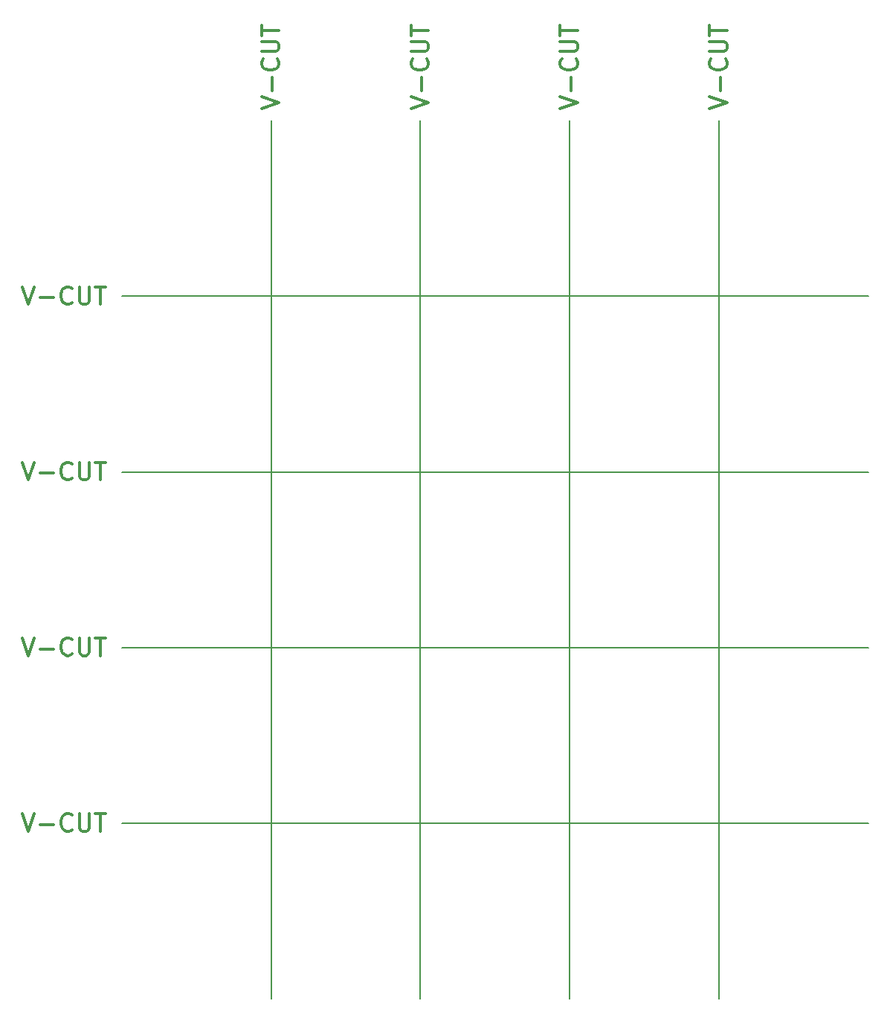
<source format=gbr>
%TF.GenerationSoftware,KiCad,Pcbnew,(6.0.5)*%
%TF.CreationDate,2022-07-01T01:15:04-04:00*%
%TF.ProjectId,Feeder-Panelized,46656564-6572-42d5-9061-6e656c697a65,rev?*%
%TF.SameCoordinates,Original*%
%TF.FileFunction,Other,ECO1*%
%FSLAX46Y46*%
G04 Gerber Fmt 4.6, Leading zero omitted, Abs format (unit mm)*
G04 Created by KiCad (PCBNEW (6.0.5)) date 2022-07-01 01:15:04*
%MOMM*%
%LPD*%
G01*
G04 APERTURE LIST*
%ADD10C,0.150000*%
%ADD11C,0.300000*%
G04 APERTURE END LIST*
D10*
X224500000Y-100000000D02*
X139500000Y-100000000D01*
X207500000Y-180000000D02*
X207500000Y-80000000D01*
X190500000Y-80000000D02*
X190500000Y-180000000D01*
X224500000Y-140000000D02*
X139500000Y-140000000D01*
X173500000Y-180000000D02*
X173500000Y-80000000D01*
X156500000Y-80000000D02*
X156500000Y-180000000D01*
X139500000Y-120000000D02*
X224500000Y-120000000D01*
X139500000Y-160000000D02*
X224500000Y-160000000D01*
D11*
X128185952Y-158904761D02*
X128852619Y-160904761D01*
X129519285Y-158904761D01*
X130185952Y-160142857D02*
X131709761Y-160142857D01*
X133805000Y-160714285D02*
X133709761Y-160809523D01*
X133424047Y-160904761D01*
X133233571Y-160904761D01*
X132947857Y-160809523D01*
X132757380Y-160619047D01*
X132662142Y-160428571D01*
X132566904Y-160047619D01*
X132566904Y-159761904D01*
X132662142Y-159380952D01*
X132757380Y-159190476D01*
X132947857Y-159000000D01*
X133233571Y-158904761D01*
X133424047Y-158904761D01*
X133709761Y-159000000D01*
X133805000Y-159095238D01*
X134662142Y-158904761D02*
X134662142Y-160523809D01*
X134757380Y-160714285D01*
X134852619Y-160809523D01*
X135043095Y-160904761D01*
X135424047Y-160904761D01*
X135614523Y-160809523D01*
X135709761Y-160714285D01*
X135805000Y-160523809D01*
X135805000Y-158904761D01*
X136471666Y-158904761D02*
X137614523Y-158904761D01*
X137043095Y-160904761D02*
X137043095Y-158904761D01*
X155404761Y-78614523D02*
X157404761Y-77947857D01*
X155404761Y-77281190D01*
X156642857Y-76614523D02*
X156642857Y-75090714D01*
X157214285Y-72995476D02*
X157309523Y-73090714D01*
X157404761Y-73376428D01*
X157404761Y-73566904D01*
X157309523Y-73852619D01*
X157119047Y-74043095D01*
X156928571Y-74138333D01*
X156547619Y-74233571D01*
X156261904Y-74233571D01*
X155880952Y-74138333D01*
X155690476Y-74043095D01*
X155500000Y-73852619D01*
X155404761Y-73566904D01*
X155404761Y-73376428D01*
X155500000Y-73090714D01*
X155595238Y-72995476D01*
X155404761Y-72138333D02*
X157023809Y-72138333D01*
X157214285Y-72043095D01*
X157309523Y-71947857D01*
X157404761Y-71757380D01*
X157404761Y-71376428D01*
X157309523Y-71185952D01*
X157214285Y-71090714D01*
X157023809Y-70995476D01*
X155404761Y-70995476D01*
X155404761Y-70328809D02*
X155404761Y-69185952D01*
X157404761Y-69757380D02*
X155404761Y-69757380D01*
X189404761Y-78614523D02*
X191404761Y-77947857D01*
X189404761Y-77281190D01*
X190642857Y-76614523D02*
X190642857Y-75090714D01*
X191214285Y-72995476D02*
X191309523Y-73090714D01*
X191404761Y-73376428D01*
X191404761Y-73566904D01*
X191309523Y-73852619D01*
X191119047Y-74043095D01*
X190928571Y-74138333D01*
X190547619Y-74233571D01*
X190261904Y-74233571D01*
X189880952Y-74138333D01*
X189690476Y-74043095D01*
X189500000Y-73852619D01*
X189404761Y-73566904D01*
X189404761Y-73376428D01*
X189500000Y-73090714D01*
X189595238Y-72995476D01*
X189404761Y-72138333D02*
X191023809Y-72138333D01*
X191214285Y-72043095D01*
X191309523Y-71947857D01*
X191404761Y-71757380D01*
X191404761Y-71376428D01*
X191309523Y-71185952D01*
X191214285Y-71090714D01*
X191023809Y-70995476D01*
X189404761Y-70995476D01*
X189404761Y-70328809D02*
X189404761Y-69185952D01*
X191404761Y-69757380D02*
X189404761Y-69757380D01*
X128185952Y-118904761D02*
X128852619Y-120904761D01*
X129519285Y-118904761D01*
X130185952Y-120142857D02*
X131709761Y-120142857D01*
X133805000Y-120714285D02*
X133709761Y-120809523D01*
X133424047Y-120904761D01*
X133233571Y-120904761D01*
X132947857Y-120809523D01*
X132757380Y-120619047D01*
X132662142Y-120428571D01*
X132566904Y-120047619D01*
X132566904Y-119761904D01*
X132662142Y-119380952D01*
X132757380Y-119190476D01*
X132947857Y-119000000D01*
X133233571Y-118904761D01*
X133424047Y-118904761D01*
X133709761Y-119000000D01*
X133805000Y-119095238D01*
X134662142Y-118904761D02*
X134662142Y-120523809D01*
X134757380Y-120714285D01*
X134852619Y-120809523D01*
X135043095Y-120904761D01*
X135424047Y-120904761D01*
X135614523Y-120809523D01*
X135709761Y-120714285D01*
X135805000Y-120523809D01*
X135805000Y-118904761D01*
X136471666Y-118904761D02*
X137614523Y-118904761D01*
X137043095Y-120904761D02*
X137043095Y-118904761D01*
X128185952Y-98904761D02*
X128852619Y-100904761D01*
X129519285Y-98904761D01*
X130185952Y-100142857D02*
X131709761Y-100142857D01*
X133805000Y-100714285D02*
X133709761Y-100809523D01*
X133424047Y-100904761D01*
X133233571Y-100904761D01*
X132947857Y-100809523D01*
X132757380Y-100619047D01*
X132662142Y-100428571D01*
X132566904Y-100047619D01*
X132566904Y-99761904D01*
X132662142Y-99380952D01*
X132757380Y-99190476D01*
X132947857Y-99000000D01*
X133233571Y-98904761D01*
X133424047Y-98904761D01*
X133709761Y-99000000D01*
X133805000Y-99095238D01*
X134662142Y-98904761D02*
X134662142Y-100523809D01*
X134757380Y-100714285D01*
X134852619Y-100809523D01*
X135043095Y-100904761D01*
X135424047Y-100904761D01*
X135614523Y-100809523D01*
X135709761Y-100714285D01*
X135805000Y-100523809D01*
X135805000Y-98904761D01*
X136471666Y-98904761D02*
X137614523Y-98904761D01*
X137043095Y-100904761D02*
X137043095Y-98904761D01*
X206404761Y-78614523D02*
X208404761Y-77947857D01*
X206404761Y-77281190D01*
X207642857Y-76614523D02*
X207642857Y-75090714D01*
X208214285Y-72995476D02*
X208309523Y-73090714D01*
X208404761Y-73376428D01*
X208404761Y-73566904D01*
X208309523Y-73852619D01*
X208119047Y-74043095D01*
X207928571Y-74138333D01*
X207547619Y-74233571D01*
X207261904Y-74233571D01*
X206880952Y-74138333D01*
X206690476Y-74043095D01*
X206500000Y-73852619D01*
X206404761Y-73566904D01*
X206404761Y-73376428D01*
X206500000Y-73090714D01*
X206595238Y-72995476D01*
X206404761Y-72138333D02*
X208023809Y-72138333D01*
X208214285Y-72043095D01*
X208309523Y-71947857D01*
X208404761Y-71757380D01*
X208404761Y-71376428D01*
X208309523Y-71185952D01*
X208214285Y-71090714D01*
X208023809Y-70995476D01*
X206404761Y-70995476D01*
X206404761Y-70328809D02*
X206404761Y-69185952D01*
X208404761Y-69757380D02*
X206404761Y-69757380D01*
X172404761Y-78614523D02*
X174404761Y-77947857D01*
X172404761Y-77281190D01*
X173642857Y-76614523D02*
X173642857Y-75090714D01*
X174214285Y-72995476D02*
X174309523Y-73090714D01*
X174404761Y-73376428D01*
X174404761Y-73566904D01*
X174309523Y-73852619D01*
X174119047Y-74043095D01*
X173928571Y-74138333D01*
X173547619Y-74233571D01*
X173261904Y-74233571D01*
X172880952Y-74138333D01*
X172690476Y-74043095D01*
X172500000Y-73852619D01*
X172404761Y-73566904D01*
X172404761Y-73376428D01*
X172500000Y-73090714D01*
X172595238Y-72995476D01*
X172404761Y-72138333D02*
X174023809Y-72138333D01*
X174214285Y-72043095D01*
X174309523Y-71947857D01*
X174404761Y-71757380D01*
X174404761Y-71376428D01*
X174309523Y-71185952D01*
X174214285Y-71090714D01*
X174023809Y-70995476D01*
X172404761Y-70995476D01*
X172404761Y-70328809D02*
X172404761Y-69185952D01*
X174404761Y-69757380D02*
X172404761Y-69757380D01*
X128185952Y-138904761D02*
X128852619Y-140904761D01*
X129519285Y-138904761D01*
X130185952Y-140142857D02*
X131709761Y-140142857D01*
X133805000Y-140714285D02*
X133709761Y-140809523D01*
X133424047Y-140904761D01*
X133233571Y-140904761D01*
X132947857Y-140809523D01*
X132757380Y-140619047D01*
X132662142Y-140428571D01*
X132566904Y-140047619D01*
X132566904Y-139761904D01*
X132662142Y-139380952D01*
X132757380Y-139190476D01*
X132947857Y-139000000D01*
X133233571Y-138904761D01*
X133424047Y-138904761D01*
X133709761Y-139000000D01*
X133805000Y-139095238D01*
X134662142Y-138904761D02*
X134662142Y-140523809D01*
X134757380Y-140714285D01*
X134852619Y-140809523D01*
X135043095Y-140904761D01*
X135424047Y-140904761D01*
X135614523Y-140809523D01*
X135709761Y-140714285D01*
X135805000Y-140523809D01*
X135805000Y-138904761D01*
X136471666Y-138904761D02*
X137614523Y-138904761D01*
X137043095Y-140904761D02*
X137043095Y-138904761D01*
M02*

</source>
